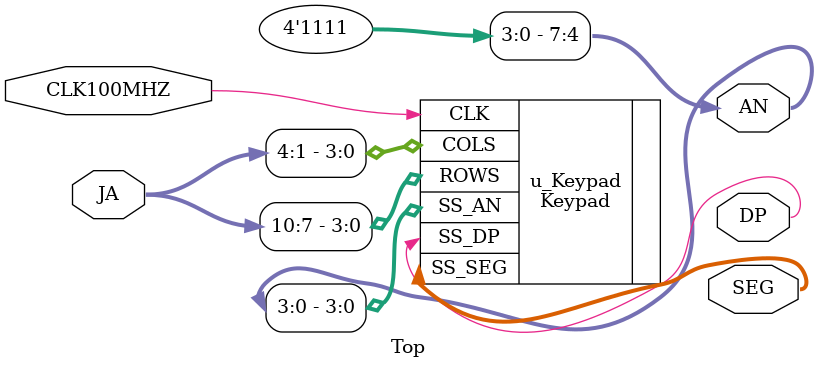
<source format=v>
module Top(
           input        CLK100MHZ,
           output [7:0] AN,
           output [6:0] SEG,
           output       DP,
           inout [10:1] JA
           );

   assign AN[7:4] = 4'b1111;
   
   Keypad u_Keypad
     (.CLK(CLK100MHZ),
      .SS_AN(AN[3:0]),
      .SS_SEG(SEG[6:0]),
      .SS_DP(DP),
      .ROWS(JA[10:7]),
      .COLS(JA[4:1])
      );
   
endmodule

</source>
